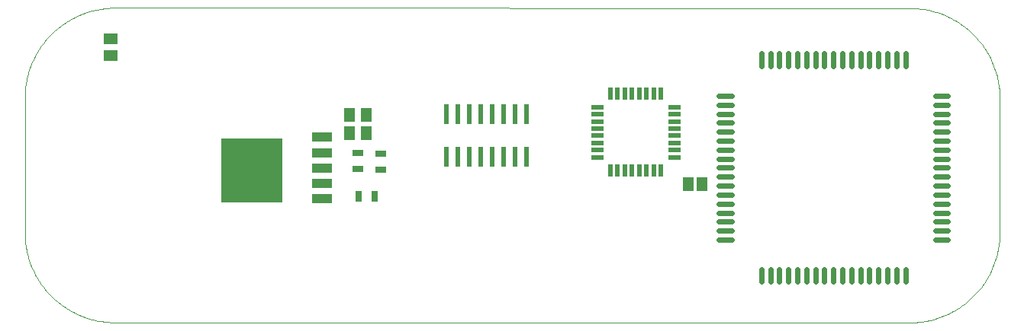
<source format=gbp>
G75*
%MOIN*%
%OFA0B0*%
%FSLAX25Y25*%
%IPPOS*%
%LPD*%
%AMOC8*
5,1,8,0,0,1.08239X$1,22.5*
%
%ADD10C,0.00394*%
%ADD11R,0.05118X0.05906*%
%ADD12R,0.08500X0.04200*%
%ADD13R,0.27000X0.28500*%
%ADD14C,0.02362*%
%ADD15R,0.04724X0.03150*%
%ADD16R,0.03150X0.04724*%
%ADD17R,0.05906X0.05118*%
%ADD18R,0.02000X0.05350*%
%ADD19R,0.05350X0.02000*%
%ADD20R,0.02200X0.08600*%
%ADD21R,0.04600X0.06300*%
D10*
X0070290Y0021000D02*
X0417385Y0020900D01*
X0418336Y0020911D01*
X0419287Y0020946D01*
X0420237Y0021003D01*
X0421185Y0021084D01*
X0422131Y0021187D01*
X0423074Y0021313D01*
X0424013Y0021462D01*
X0424949Y0021633D01*
X0425880Y0021828D01*
X0426807Y0022044D01*
X0427728Y0022283D01*
X0428643Y0022544D01*
X0429551Y0022827D01*
X0430452Y0023132D01*
X0431346Y0023458D01*
X0432231Y0023807D01*
X0433108Y0024176D01*
X0433976Y0024566D01*
X0434833Y0024978D01*
X0435681Y0025410D01*
X0436518Y0025862D01*
X0437344Y0026334D01*
X0438158Y0026826D01*
X0438960Y0027338D01*
X0439750Y0027869D01*
X0440526Y0028419D01*
X0441289Y0028987D01*
X0442038Y0029574D01*
X0442772Y0030179D01*
X0443492Y0030801D01*
X0444197Y0031441D01*
X0444885Y0032097D01*
X0445558Y0032770D01*
X0446214Y0033458D01*
X0446854Y0034163D01*
X0447476Y0034883D01*
X0448081Y0035617D01*
X0448668Y0036366D01*
X0449236Y0037129D01*
X0449786Y0037905D01*
X0450317Y0038695D01*
X0450829Y0039497D01*
X0451321Y0040311D01*
X0451793Y0041137D01*
X0452245Y0041974D01*
X0452677Y0042822D01*
X0453089Y0043679D01*
X0453479Y0044547D01*
X0453848Y0045424D01*
X0454197Y0046309D01*
X0454523Y0047203D01*
X0454828Y0048104D01*
X0455111Y0049012D01*
X0455372Y0049927D01*
X0455611Y0050848D01*
X0455827Y0051775D01*
X0456022Y0052706D01*
X0456193Y0053642D01*
X0456342Y0054581D01*
X0456468Y0055524D01*
X0456571Y0056470D01*
X0456652Y0057418D01*
X0456709Y0058368D01*
X0456744Y0059319D01*
X0456755Y0060270D01*
X0456755Y0119325D01*
X0456744Y0120276D01*
X0456709Y0121227D01*
X0456652Y0122177D01*
X0456571Y0123125D01*
X0456468Y0124071D01*
X0456342Y0125014D01*
X0456193Y0125953D01*
X0456022Y0126889D01*
X0455827Y0127820D01*
X0455611Y0128747D01*
X0455372Y0129668D01*
X0455111Y0130583D01*
X0454828Y0131491D01*
X0454523Y0132392D01*
X0454197Y0133286D01*
X0453848Y0134171D01*
X0453479Y0135048D01*
X0453089Y0135916D01*
X0452677Y0136773D01*
X0452245Y0137621D01*
X0451793Y0138458D01*
X0451321Y0139284D01*
X0450829Y0140098D01*
X0450317Y0140900D01*
X0449786Y0141690D01*
X0449236Y0142466D01*
X0448668Y0143229D01*
X0448081Y0143978D01*
X0447476Y0144712D01*
X0446854Y0145432D01*
X0446214Y0146137D01*
X0445558Y0146825D01*
X0444885Y0147498D01*
X0444197Y0148154D01*
X0443492Y0148794D01*
X0442772Y0149416D01*
X0442038Y0150021D01*
X0441289Y0150608D01*
X0440526Y0151176D01*
X0439750Y0151726D01*
X0438960Y0152257D01*
X0438158Y0152769D01*
X0437344Y0153261D01*
X0436518Y0153733D01*
X0435681Y0154185D01*
X0434833Y0154617D01*
X0433976Y0155029D01*
X0433108Y0155419D01*
X0432231Y0155788D01*
X0431346Y0156137D01*
X0430452Y0156463D01*
X0429551Y0156768D01*
X0428643Y0157051D01*
X0427728Y0157312D01*
X0426807Y0157551D01*
X0425880Y0157767D01*
X0424949Y0157962D01*
X0424013Y0158133D01*
X0423074Y0158282D01*
X0422131Y0158408D01*
X0421185Y0158511D01*
X0420237Y0158592D01*
X0419287Y0158649D01*
X0418336Y0158684D01*
X0417385Y0158695D01*
X0070290Y0158795D01*
X0069339Y0158784D01*
X0068388Y0158749D01*
X0067438Y0158692D01*
X0066490Y0158611D01*
X0065544Y0158508D01*
X0064601Y0158382D01*
X0063662Y0158233D01*
X0062726Y0158062D01*
X0061795Y0157867D01*
X0060868Y0157651D01*
X0059947Y0157412D01*
X0059032Y0157151D01*
X0058124Y0156868D01*
X0057223Y0156563D01*
X0056329Y0156237D01*
X0055444Y0155888D01*
X0054567Y0155519D01*
X0053699Y0155129D01*
X0052842Y0154717D01*
X0051994Y0154285D01*
X0051157Y0153833D01*
X0050331Y0153361D01*
X0049517Y0152869D01*
X0048715Y0152357D01*
X0047925Y0151826D01*
X0047149Y0151276D01*
X0046386Y0150708D01*
X0045637Y0150121D01*
X0044903Y0149516D01*
X0044183Y0148894D01*
X0043478Y0148254D01*
X0042790Y0147598D01*
X0042117Y0146925D01*
X0041461Y0146237D01*
X0040821Y0145532D01*
X0040199Y0144812D01*
X0039594Y0144078D01*
X0039007Y0143329D01*
X0038439Y0142566D01*
X0037889Y0141790D01*
X0037358Y0141000D01*
X0036846Y0140198D01*
X0036354Y0139384D01*
X0035882Y0138558D01*
X0035430Y0137721D01*
X0034998Y0136873D01*
X0034586Y0136016D01*
X0034196Y0135148D01*
X0033827Y0134271D01*
X0033478Y0133386D01*
X0033152Y0132492D01*
X0032847Y0131591D01*
X0032564Y0130683D01*
X0032303Y0129768D01*
X0032064Y0128847D01*
X0031848Y0127920D01*
X0031653Y0126989D01*
X0031482Y0126053D01*
X0031333Y0125114D01*
X0031207Y0124171D01*
X0031104Y0123225D01*
X0031023Y0122277D01*
X0030966Y0121327D01*
X0030931Y0120376D01*
X0030920Y0119425D01*
X0030920Y0060370D01*
X0030931Y0059419D01*
X0030966Y0058468D01*
X0031023Y0057518D01*
X0031104Y0056570D01*
X0031207Y0055624D01*
X0031333Y0054681D01*
X0031482Y0053742D01*
X0031653Y0052806D01*
X0031848Y0051875D01*
X0032064Y0050948D01*
X0032303Y0050027D01*
X0032564Y0049112D01*
X0032847Y0048204D01*
X0033152Y0047303D01*
X0033478Y0046409D01*
X0033827Y0045524D01*
X0034196Y0044647D01*
X0034586Y0043779D01*
X0034998Y0042922D01*
X0035430Y0042074D01*
X0035882Y0041237D01*
X0036354Y0040411D01*
X0036846Y0039597D01*
X0037358Y0038795D01*
X0037889Y0038005D01*
X0038439Y0037229D01*
X0039007Y0036466D01*
X0039594Y0035717D01*
X0040199Y0034983D01*
X0040821Y0034263D01*
X0041461Y0033558D01*
X0042117Y0032870D01*
X0042790Y0032197D01*
X0043478Y0031541D01*
X0044183Y0030901D01*
X0044903Y0030279D01*
X0045637Y0029674D01*
X0046386Y0029087D01*
X0047149Y0028519D01*
X0047925Y0027969D01*
X0048715Y0027438D01*
X0049517Y0026926D01*
X0050331Y0026434D01*
X0051157Y0025962D01*
X0051994Y0025510D01*
X0052842Y0025078D01*
X0053699Y0024666D01*
X0054567Y0024276D01*
X0055444Y0023907D01*
X0056329Y0023558D01*
X0057223Y0023232D01*
X0058124Y0022927D01*
X0059032Y0022644D01*
X0059947Y0022383D01*
X0060868Y0022144D01*
X0061795Y0021928D01*
X0062726Y0021733D01*
X0063662Y0021562D01*
X0064601Y0021413D01*
X0065544Y0021287D01*
X0066490Y0021184D01*
X0067438Y0021103D01*
X0068388Y0021046D01*
X0069339Y0021011D01*
X0070290Y0021000D01*
X0030920Y0119425D02*
X0030931Y0120376D01*
X0030966Y0121327D01*
X0031023Y0122277D01*
X0031104Y0123225D01*
X0031207Y0124171D01*
X0031333Y0125114D01*
X0031482Y0126053D01*
X0031653Y0126989D01*
X0031848Y0127920D01*
X0032064Y0128847D01*
X0032303Y0129768D01*
X0032564Y0130683D01*
X0032847Y0131591D01*
X0033152Y0132492D01*
X0033478Y0133386D01*
X0033827Y0134271D01*
X0034196Y0135148D01*
X0034586Y0136016D01*
X0034998Y0136873D01*
X0035430Y0137721D01*
X0035882Y0138558D01*
X0036354Y0139384D01*
X0036846Y0140198D01*
X0037358Y0141000D01*
X0037889Y0141790D01*
X0038439Y0142566D01*
X0039007Y0143329D01*
X0039594Y0144078D01*
X0040199Y0144812D01*
X0040821Y0145532D01*
X0041461Y0146237D01*
X0042117Y0146925D01*
X0042790Y0147598D01*
X0043478Y0148254D01*
X0044183Y0148894D01*
X0044903Y0149516D01*
X0045637Y0150121D01*
X0046386Y0150708D01*
X0047149Y0151276D01*
X0047925Y0151826D01*
X0048715Y0152357D01*
X0049517Y0152869D01*
X0050331Y0153361D01*
X0051157Y0153833D01*
X0051994Y0154285D01*
X0052842Y0154717D01*
X0053699Y0155129D01*
X0054567Y0155519D01*
X0055444Y0155888D01*
X0056329Y0156237D01*
X0057223Y0156563D01*
X0058124Y0156868D01*
X0059032Y0157151D01*
X0059947Y0157412D01*
X0060868Y0157651D01*
X0061795Y0157867D01*
X0062726Y0158062D01*
X0063662Y0158233D01*
X0064601Y0158382D01*
X0065544Y0158508D01*
X0066490Y0158611D01*
X0067438Y0158692D01*
X0068388Y0158749D01*
X0069339Y0158784D01*
X0070290Y0158795D01*
D11*
X0172722Y0111906D03*
X0180202Y0111906D03*
X0180180Y0103821D03*
X0172699Y0103821D03*
D12*
X0160728Y0102077D03*
X0160728Y0095377D03*
X0160728Y0088677D03*
X0160728Y0081977D03*
X0160728Y0075277D03*
D13*
X0129928Y0087427D03*
D14*
X0334148Y0088756D02*
X0339660Y0088756D01*
X0339660Y0084819D02*
X0334148Y0084819D01*
X0334148Y0080882D02*
X0339660Y0080882D01*
X0339660Y0076945D02*
X0334148Y0076945D01*
X0334148Y0073008D02*
X0339660Y0073008D01*
X0339660Y0069071D02*
X0334148Y0069071D01*
X0334148Y0065134D02*
X0339660Y0065134D01*
X0339660Y0061197D02*
X0334148Y0061197D01*
X0334148Y0057260D02*
X0339660Y0057260D01*
X0352652Y0044268D02*
X0352652Y0038756D01*
X0356589Y0038756D02*
X0356589Y0044268D01*
X0360526Y0044268D02*
X0360526Y0038756D01*
X0364463Y0038756D02*
X0364463Y0044268D01*
X0368400Y0044268D02*
X0368400Y0038756D01*
X0372337Y0038756D02*
X0372337Y0044268D01*
X0376274Y0044268D02*
X0376274Y0038756D01*
X0380211Y0038756D02*
X0380211Y0044268D01*
X0384148Y0044268D02*
X0384148Y0038756D01*
X0388085Y0038756D02*
X0388085Y0044268D01*
X0392022Y0044268D02*
X0392022Y0038756D01*
X0395959Y0038756D02*
X0395959Y0044268D01*
X0399896Y0044268D02*
X0399896Y0038756D01*
X0403833Y0038756D02*
X0403833Y0044268D01*
X0407770Y0044268D02*
X0407770Y0038756D01*
X0411707Y0038756D02*
X0411707Y0044268D01*
X0415644Y0044268D02*
X0415644Y0038756D01*
X0428636Y0057260D02*
X0434148Y0057260D01*
X0434148Y0061197D02*
X0428636Y0061197D01*
X0428636Y0065134D02*
X0434148Y0065134D01*
X0434148Y0069071D02*
X0428636Y0069071D01*
X0428636Y0073008D02*
X0434148Y0073008D01*
X0434148Y0076945D02*
X0428636Y0076945D01*
X0428636Y0080882D02*
X0434148Y0080882D01*
X0434148Y0084819D02*
X0428636Y0084819D01*
X0428636Y0088756D02*
X0434148Y0088756D01*
X0434148Y0092693D02*
X0428636Y0092693D01*
X0428636Y0096630D02*
X0434148Y0096630D01*
X0434148Y0100567D02*
X0428636Y0100567D01*
X0428636Y0104504D02*
X0434148Y0104504D01*
X0434148Y0108441D02*
X0428636Y0108441D01*
X0428636Y0112378D02*
X0434148Y0112378D01*
X0434148Y0116315D02*
X0428636Y0116315D01*
X0428636Y0120252D02*
X0434148Y0120252D01*
X0415644Y0133244D02*
X0415644Y0138756D01*
X0411707Y0138756D02*
X0411707Y0133244D01*
X0407770Y0133244D02*
X0407770Y0138756D01*
X0403833Y0138756D02*
X0403833Y0133244D01*
X0399896Y0133244D02*
X0399896Y0138756D01*
X0395959Y0138756D02*
X0395959Y0133244D01*
X0392022Y0133244D02*
X0392022Y0138756D01*
X0388085Y0138756D02*
X0388085Y0133244D01*
X0384148Y0133244D02*
X0384148Y0138756D01*
X0380211Y0138756D02*
X0380211Y0133244D01*
X0376274Y0133244D02*
X0376274Y0138756D01*
X0372337Y0138756D02*
X0372337Y0133244D01*
X0368400Y0133244D02*
X0368400Y0138756D01*
X0364463Y0138756D02*
X0364463Y0133244D01*
X0360526Y0133244D02*
X0360526Y0138756D01*
X0356589Y0138756D02*
X0356589Y0133244D01*
X0352652Y0133244D02*
X0352652Y0138756D01*
X0339660Y0120252D02*
X0334148Y0120252D01*
X0334148Y0116315D02*
X0339660Y0116315D01*
X0339660Y0112378D02*
X0334148Y0112378D01*
X0334148Y0108441D02*
X0339660Y0108441D01*
X0339660Y0104504D02*
X0334148Y0104504D01*
X0334148Y0100567D02*
X0339660Y0100567D01*
X0339660Y0096630D02*
X0334148Y0096630D01*
X0334148Y0092693D02*
X0339660Y0092693D01*
D15*
X0186441Y0094996D03*
X0176478Y0095198D03*
X0176478Y0088111D03*
X0186441Y0087909D03*
D16*
X0183872Y0076385D03*
X0176786Y0076385D03*
D17*
X0068232Y0137865D03*
X0068232Y0145346D03*
D18*
X0286726Y0121151D03*
X0289876Y0121151D03*
X0293025Y0121151D03*
X0296175Y0121151D03*
X0299324Y0121151D03*
X0302474Y0121151D03*
X0305624Y0121151D03*
X0308773Y0121151D03*
X0308773Y0087501D03*
X0305624Y0087501D03*
X0302474Y0087501D03*
X0299324Y0087501D03*
X0296175Y0087501D03*
X0293025Y0087501D03*
X0289876Y0087501D03*
X0286726Y0087501D03*
D19*
X0280925Y0093302D03*
X0280925Y0096452D03*
X0280925Y0099602D03*
X0280925Y0102751D03*
X0280925Y0105901D03*
X0280925Y0109050D03*
X0280925Y0112200D03*
X0280925Y0115350D03*
X0314575Y0115350D03*
X0314575Y0112200D03*
X0314575Y0109050D03*
X0314575Y0105901D03*
X0314575Y0102751D03*
X0314575Y0099602D03*
X0314575Y0096452D03*
X0314575Y0093302D03*
D20*
X0249997Y0093630D03*
X0244997Y0093630D03*
X0239997Y0093630D03*
X0234997Y0093630D03*
X0229997Y0093630D03*
X0224997Y0093630D03*
X0219997Y0093630D03*
X0214997Y0093630D03*
X0214997Y0112230D03*
X0219997Y0112230D03*
X0224997Y0112230D03*
X0229997Y0112230D03*
X0234997Y0112230D03*
X0239997Y0112230D03*
X0244997Y0112230D03*
X0249997Y0112230D03*
D21*
X0320620Y0081600D03*
X0326620Y0081600D03*
M02*

</source>
